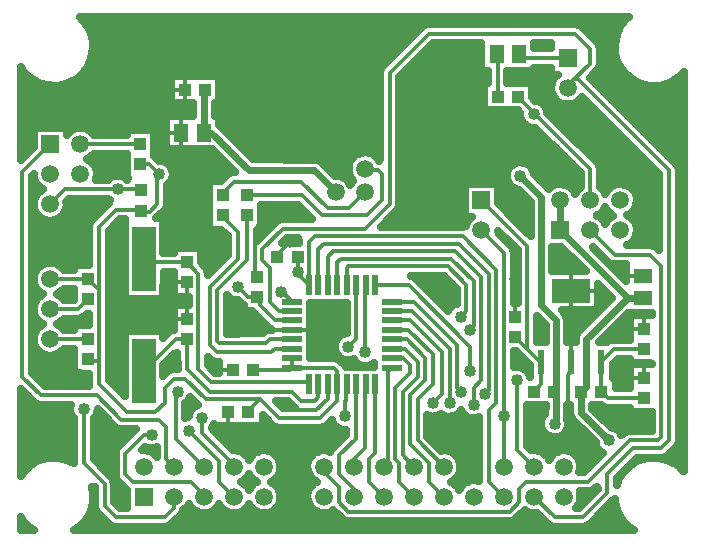
<source format=gbr>
G04 DipTrace 2.1.9.5*
%INTop.gbr*%
%MOIN*%
%ADD13C,0.013*%
%ADD14C,0.022*%
%ADD15C,0.025*%
%ADD16R,0.0394X0.0433*%
%ADD17R,0.0433X0.0394*%
%ADD19R,0.0197X0.0669*%
%ADD20R,0.0669X0.0197*%
%ADD22R,0.0787X0.2165*%
%ADD23C,0.17*%
%ADD24C,0.0591*%
%ADD25R,0.0591X0.0591*%
%ADD26R,0.0236X0.0787*%
%ADD27R,0.126X0.0787*%
%ADD28R,0.0591X0.0512*%
%ADD29R,0.0512X0.0591*%
%ADD30C,0.04*%
%FSLAX44Y44*%
%SFA1B1*%
%OFA0B0*%
G04*
G70*
G90*
G75*
G01*
%LNTop*%
%LPD*%
X13389Y11316D2*
D13*
X12814D1*
X12315Y11815D1*
Y12020D1*
X12224Y12111D1*
X11564Y12441D2*
X11894Y12111D1*
X12224D1*
X23315Y14315D2*
X24127Y13503D1*
X25313D1*
X25688Y13128D1*
Y7441D1*
X25563Y7316D1*
X24625D1*
X23251Y5942D1*
X21188D1*
X20938Y5692D1*
Y5254D1*
X20626Y4942D1*
X15251D1*
X14939Y5254D1*
Y5754D1*
X14440Y6253D1*
Y6440D1*
X22190Y9940D2*
Y9021D1*
X22109Y8940D1*
X22190Y9940D2*
D14*
Y11315D1*
X21690Y11815D1*
Y15428D1*
X20990Y16128D1*
X10485Y19003D2*
X10438Y18956D1*
Y17565D1*
X14829Y15590D2*
X14104Y16315D1*
X11940D1*
X10690Y17565D1*
X10438D1*
X22126Y7879D2*
X22190Y7943D1*
Y9940D1*
X14570Y9190D2*
D13*
Y8697D1*
X14189Y8316D1*
X13252D1*
X13002Y8566D1*
X13389Y11001D2*
X11817D1*
X13315Y13940D2*
X12889Y13514D1*
Y13446D1*
X13440Y6440D2*
Y5440D1*
X12224Y12780D2*
X12127Y12877D1*
Y14377D1*
X12565Y14815D1*
X22627Y8065D2*
X22565Y8127D1*
Y9503D1*
X22690Y9628D1*
Y9940D1*
X13389Y10371D2*
X12809D1*
X12690Y10253D1*
X10877D1*
X10627Y10503D1*
Y12440D1*
X11565Y13378D1*
Y14253D1*
X11065Y14753D1*
Y14815D1*
X11877D2*
Y13315D1*
X10877Y12315D1*
Y10628D1*
X10940Y10565D1*
X12502D1*
X12627Y10690D1*
X13385D1*
X13389Y10686D1*
X11877Y15484D2*
X13708D1*
X14377Y14816D1*
X15876D1*
X16376Y15316D1*
Y16190D1*
X16251Y16315D1*
X15864D1*
X15809Y16370D1*
X11065Y15484D2*
Y15566D1*
X11439Y15940D1*
X13689D1*
X14564Y15066D1*
X15284D1*
X15809Y15590D1*
X8315Y17190D2*
X6315D1*
X20815Y10771D2*
X21213Y10372D1*
X21646Y9940D1*
X21690D1*
X21440Y8940D2*
X21690Y9190D1*
Y9940D1*
X19690Y15315D2*
X21213Y13792D1*
Y10372D1*
X23690Y9940D2*
X24105Y10355D1*
X25105D1*
X23690Y8940D2*
X23900Y8730D1*
X25105D1*
X23690Y8940D2*
Y9940D1*
X20191Y20191D2*
X20230Y20152D1*
Y18775D1*
X20939Y20191D2*
X21065Y20065D1*
X22565D1*
X16696Y11316D2*
X17314D1*
X18376Y10254D1*
Y8879D1*
X18064Y8566D1*
X16696Y11631D2*
X17374D1*
X18626Y10379D1*
Y8566D1*
X6440Y8379D2*
Y6566D1*
X7127Y5879D1*
Y5129D1*
X7502Y4754D1*
X9127D1*
X9440Y5067D1*
Y5440D1*
X16696Y11946D2*
X17434D1*
X18876Y10504D1*
Y9066D1*
X19001Y8941D1*
X16145Y12497D2*
X17258D1*
X19314Y10441D1*
Y9629D1*
X9190Y6690D2*
X9440Y6440D1*
X5315Y17190D2*
X4378Y16253D1*
Y9441D1*
X5003Y8816D1*
X6877D1*
X7690Y8004D1*
X8940D1*
X9190Y7754D1*
Y6690D1*
X10440Y5440D2*
Y5504D1*
X10002Y5942D1*
X8065D1*
X7815Y6191D1*
Y6879D1*
X8440Y7504D1*
X8691D1*
X15814Y10254D2*
Y12481D1*
X15830Y12497D1*
X6565Y10690D2*
X5315D1*
X15515Y12497D2*
Y10704D1*
X15251Y10441D1*
X9565Y8941D2*
X9502Y8879D1*
Y7378D1*
X10440Y6440D1*
X5315Y11690D2*
X6234D1*
X6565Y12021D1*
X15200Y12497D2*
Y13077D1*
X15251Y13128D1*
X18564D1*
X19189Y12503D1*
Y11628D1*
X19001Y11441D1*
X9940Y7628D2*
X10939Y6628D1*
Y5941D1*
X11440Y5440D1*
X14885Y12497D2*
Y13262D1*
X15001Y13378D1*
X18689D1*
X19439Y12628D1*
Y11128D1*
X19314Y11003D1*
X10377Y8067D2*
Y7565D1*
X11440Y6503D1*
Y6440D1*
X19690Y14315D2*
X20440Y13565D1*
Y8128D1*
Y6440D1*
X15200Y9190D2*
X15190Y9180D1*
Y8632D1*
X15127D1*
Y8128D1*
X22565Y19065D2*
Y19127D1*
X22787Y19349D1*
X23315Y19877D1*
Y20378D1*
X22815Y20878D1*
X17940D1*
X16627Y19565D1*
Y15190D1*
X15815Y14378D1*
X13065D1*
X12377Y13690D1*
Y13315D1*
X12627Y13065D1*
Y11940D1*
X12940Y11628D1*
X13385D1*
X13389Y11631D1*
X21440Y5440D2*
X22127Y4753D1*
X23065D1*
X23877Y5565D1*
Y6190D1*
X24752Y7065D1*
X25690D1*
X25940Y7315D1*
Y16315D1*
X22906Y19349D1*
X22787D1*
X13389Y11946D2*
X13081Y12253D1*
X13002D1*
X20876Y9316D2*
Y7004D1*
X21440Y6440D1*
X14255Y12497D2*
Y13692D1*
X14440Y13878D1*
X18940D1*
X19940Y12878D1*
Y9003D1*
X19815Y8878D1*
X14570Y12497D2*
Y13445D1*
X14752Y13628D1*
X18815D1*
X19690Y12753D1*
Y9315D1*
X19440Y9065D1*
Y8503D1*
X15515Y9190D2*
X15502Y9178D1*
Y7377D1*
X14940Y6815D1*
Y6190D1*
X15440Y5690D1*
Y5440D1*
Y6440D2*
Y6690D1*
X15815Y7065D1*
Y9175D1*
X15830Y9190D1*
X16145D2*
Y6895D1*
X15940Y6690D1*
Y5940D1*
X16440Y5440D1*
X16696Y9741D2*
X16565Y9610D1*
Y6565D1*
X16440Y6440D1*
X16696Y10056D2*
X17074D1*
X17315Y9815D1*
Y9565D1*
X16815Y9065D1*
Y6690D1*
X16940Y6565D1*
Y5940D1*
X17440Y5440D1*
X16696Y10371D2*
X17134D1*
X17565Y9940D1*
Y9440D1*
X17065Y8940D1*
Y6815D1*
X17440Y6440D1*
X16696Y10686D2*
X17194D1*
X17815Y10065D1*
Y9315D1*
X17315Y8815D1*
Y7190D1*
X17940Y6565D1*
Y5940D1*
X18440Y5440D1*
X16696Y11001D2*
X17254D1*
X18065Y10190D1*
Y9190D1*
X17565Y8690D1*
Y7315D1*
X18440Y6440D1*
X20900Y18775D2*
X21484Y18190D1*
X23315Y16359D1*
Y15315D1*
X5315Y12690D2*
X6565D1*
X13389Y9741D2*
Y10056D1*
Y9741D2*
X14764D1*
X14877Y9629D1*
Y9198D1*
X14885Y9190D1*
X12087Y9668D2*
X13315D1*
X13389Y9741D1*
X8315Y16521D2*
X8609D1*
X8877Y16253D1*
Y15191D1*
X8627Y14941D1*
X8395D1*
X8355Y14980D1*
X6565Y12690D2*
X6940Y12315D1*
Y14441D1*
X7502Y15003D1*
X8333D1*
X8355Y14980D1*
X8877Y16253D2*
X8940Y16190D1*
X21438Y18190D2*
X21484D1*
X6940Y12315D2*
Y9979D1*
Y9191D1*
X7877Y8254D1*
X8815D1*
X9127Y8566D1*
Y9066D1*
X9440Y9379D1*
X9815D1*
X10502Y8691D1*
X12314D1*
X12939Y8066D1*
X14314D1*
X14885Y8637D1*
Y9190D1*
X11921Y8254D2*
Y8298D1*
X12314Y8691D1*
X6565Y10021D2*
X6606Y9979D1*
X6940D1*
X23190Y9940D2*
Y9109D1*
X23021Y8940D1*
X22315Y14315D2*
Y15315D1*
X25064Y12066D2*
D14*
X24566D1*
X23190Y10690D1*
Y9940D1*
X22315Y15315D2*
Y14317D1*
X24566Y12066D1*
X23021Y8940D2*
X23190Y9109D1*
Y9940D1*
X23940Y7315D2*
X23021Y8234D1*
Y8940D1*
X8440Y13378D2*
D13*
X8565Y13253D1*
X9877D1*
X10252Y12878D1*
Y9691D1*
X10689Y9254D1*
X13876D1*
X13940Y9190D1*
X8440Y9638D2*
X9493Y10691D1*
X9877D1*
Y9691D1*
X10627Y8941D1*
X13377D1*
X13689Y8629D1*
X14127D1*
X14252Y8754D1*
Y9187D1*
X14255Y9190D1*
X13558Y13446D2*
Y12948D1*
Y12879D1*
X13940Y12497D1*
Y13940D1*
X14127Y14128D1*
X19065D1*
X20190Y13003D1*
Y8565D1*
X19940Y8315D1*
Y5940D1*
X20440Y5440D1*
X5315Y15190D2*
X5815Y15690D1*
X7565D1*
X8315D1*
X8355Y15650D1*
D30*
X11564Y12441D3*
X20990Y16128D3*
X22126Y7879D3*
X13002Y8566D3*
X11817Y11001D3*
X18064Y8566D3*
X18626D3*
X6440Y8379D3*
X19001Y8941D3*
X19314Y9629D3*
X8691Y7504D3*
X15814Y10254D3*
X15251Y10441D3*
X9565Y8941D3*
X19001Y11441D3*
X9940Y7628D3*
X19314Y11003D3*
X10377Y8067D3*
X15127Y8128D3*
X20440D3*
X13002Y12253D3*
X20876Y9316D3*
X19815Y8878D3*
X19440Y8503D3*
X8940Y16190D3*
X21438Y18190D3*
X23940Y7315D3*
X13558Y12948D3*
X7565Y15690D3*
X9065Y19003D3*
X8877Y17565D3*
X13940Y19940D3*
X15940D3*
X14440Y17940D3*
X15940D3*
X19440Y17440D3*
X20940D3*
X23440D3*
X24440Y16440D3*
X24940Y18440D3*
X25940D3*
Y17440D3*
X25440Y14940D3*
X24940Y7940D3*
X18065Y7565D3*
X18690D3*
X19315D3*
X14690D3*
X7440Y7690D3*
X4565Y8190D3*
Y7065D3*
X5190Y7440D3*
X10440Y14315D3*
Y13315D3*
X9815Y15315D3*
X10315Y16565D3*
X12565Y14815D3*
X11440Y11565D3*
X14565Y11690D3*
Y10815D3*
X17815Y12690D3*
X18565Y12190D3*
X18190Y19815D3*
X19315D3*
X7065Y21190D3*
X7940D3*
X8815D3*
X9690D3*
X10565D3*
X11565D3*
X7065Y20190D3*
Y19190D3*
X5940Y18690D3*
X4690D3*
X11565Y20190D3*
X18190Y16190D3*
X20815Y12690D3*
X23065Y11440D3*
X22690Y10940D3*
X24315Y13065D3*
X21440Y7690D3*
X13315Y13940D3*
X24565Y11065D3*
X24440Y9440D3*
X10814Y7754D3*
X7627Y5440D3*
X7877Y11503D3*
X8690D3*
X10627Y9941D3*
X6539Y21181D2*
D15*
X17814D1*
X22942D2*
X24341D1*
X6676Y20933D2*
X17517D1*
X23239D2*
X24204D1*
X6746Y20684D2*
X17271D1*
X23485D2*
X24130D1*
X6770Y20435D2*
X17021D1*
X17977D2*
X19654D1*
X21473D2*
X21989D1*
X23653D2*
X24111D1*
X6746Y20187D2*
X16771D1*
X17727D2*
X19654D1*
X23661D2*
X24134D1*
X6672Y19938D2*
X16525D1*
X17477D2*
X19654D1*
X23661D2*
X24208D1*
X6536Y19689D2*
X16306D1*
X17231D2*
X19654D1*
X21473D2*
X21989D1*
X23598D2*
X24345D1*
X4350Y19440D2*
X4575D1*
X6305D2*
X9318D1*
X10981D2*
X16282D1*
X16981D2*
X19884D1*
X20575D2*
X22138D1*
X23356D2*
X24575D1*
X26305D2*
X26406D1*
X4350Y19192D2*
X5029D1*
X5848D2*
X9318D1*
X10981D2*
X16282D1*
X16973D2*
X19736D1*
X21395D2*
X22005D1*
X23539D2*
X25029D1*
X25848D2*
X26404D1*
X4350Y18943D2*
X9318D1*
X10981D2*
X16282D1*
X16973D2*
X19736D1*
X21395D2*
X22005D1*
X23789D2*
X26404D1*
X4350Y18694D2*
X9318D1*
X10981D2*
X16282D1*
X16973D2*
X19736D1*
X21457D2*
X22134D1*
X22996D2*
X23086D1*
X24039D2*
X26404D1*
X4350Y18446D2*
X10048D1*
X10829D2*
X16282D1*
X16973D2*
X19736D1*
X21840D2*
X23333D1*
X24286D2*
X26404D1*
X4350Y18197D2*
X10048D1*
X10829D2*
X16282D1*
X16973D2*
X20958D1*
X21954D2*
X23579D1*
X24536D2*
X26404D1*
X4350Y17948D2*
X9154D1*
X10973D2*
X16282D1*
X16973D2*
X21029D1*
X22204D2*
X23829D1*
X24786D2*
X26404D1*
X4350Y17700D2*
X4739D1*
X5891D2*
X6083D1*
X6547D2*
X9154D1*
X11098D2*
X16282D1*
X16973D2*
X21497D1*
X22454D2*
X24079D1*
X25032D2*
X26404D1*
X4350Y17451D2*
X4739D1*
X8793D2*
X9154D1*
X11344D2*
X16282D1*
X16973D2*
X21747D1*
X22700D2*
X24325D1*
X25282D2*
X26404D1*
X4350Y17202D2*
X4739D1*
X8793D2*
X9154D1*
X11594D2*
X16282D1*
X16973D2*
X21993D1*
X22950D2*
X24575D1*
X25532D2*
X26404D1*
X4350Y16954D2*
X4603D1*
X8793D2*
X10759D1*
X11844D2*
X16282D1*
X16973D2*
X22243D1*
X23200D2*
X24825D1*
X25778D2*
X26404D1*
X6598Y16705D2*
X7837D1*
X8903D2*
X11009D1*
X12090D2*
X15349D1*
X16973D2*
X22493D1*
X23446D2*
X25071D1*
X26028D2*
X26404D1*
X6821Y16456D2*
X7837D1*
X9332D2*
X11259D1*
X14504D2*
X15239D1*
X16973D2*
X20650D1*
X21329D2*
X22739D1*
X23645D2*
X25321D1*
X26250D2*
X26407D1*
X6891Y16208D2*
X7837D1*
X9418D2*
X11239D1*
X14754D2*
X15259D1*
X16973D2*
X20517D1*
X21461D2*
X22970D1*
X23661D2*
X25571D1*
X26286D2*
X26404D1*
X9356Y15959D2*
X10982D1*
X15262D2*
X15375D1*
X16973D2*
X20544D1*
X21700D2*
X22970D1*
X23661D2*
X25595D1*
X26286D2*
X26404D1*
X4723Y15710D2*
X5021D1*
X9223D2*
X10587D1*
X16973D2*
X19114D1*
X20266D2*
X20786D1*
X22723D2*
X22907D1*
X23723D2*
X23907D1*
X24723D2*
X25595D1*
X26286D2*
X26404D1*
X4723Y15461D2*
X4810D1*
X9223D2*
X10587D1*
X16973D2*
X19114D1*
X20266D2*
X21114D1*
X24871D2*
X25595D1*
X26286D2*
X26404D1*
X5891Y15213D2*
X7236D1*
X9223D2*
X10587D1*
X16973D2*
X19114D1*
X20270D2*
X21302D1*
X24879D2*
X25595D1*
X26286D2*
X26404D1*
X5840Y14964D2*
X6986D1*
X9129D2*
X10587D1*
X12356D2*
X13751D1*
X16879D2*
X19114D1*
X20520D2*
X21302D1*
X23762D2*
X23868D1*
X24762D2*
X25595D1*
X26286D2*
X26404D1*
X4723Y14715D2*
X5013D1*
X5618D2*
X6736D1*
X9114D2*
X10587D1*
X12356D2*
X14001D1*
X16629D2*
X19286D1*
X20766D2*
X21302D1*
X23719D2*
X23911D1*
X24719D2*
X25595D1*
X26286D2*
X26404D1*
X4723Y14467D2*
X6595D1*
X7442D2*
X7767D1*
X9114D2*
X10587D1*
X12356D2*
X12677D1*
X16383D2*
X19138D1*
X21016D2*
X21302D1*
X24868D2*
X25595D1*
X26286D2*
X26404D1*
X4723Y14218D2*
X6595D1*
X7286D2*
X7767D1*
X9114D2*
X11122D1*
X12223D2*
X12427D1*
X24883D2*
X25595D1*
X26286D2*
X26404D1*
X4723Y13969D2*
X6595D1*
X7286D2*
X7767D1*
X9114D2*
X11220D1*
X13133D2*
X13595D1*
X24770D2*
X25595D1*
X26286D2*
X26404D1*
X4723Y13721D2*
X6595D1*
X7286D2*
X7767D1*
X9114D2*
X9400D1*
X10352D2*
X11220D1*
X22079D2*
X22372D1*
X26286D2*
X26404D1*
X4723Y13472D2*
X6595D1*
X7286D2*
X7767D1*
X10352D2*
X11181D1*
X20786D2*
X20869D1*
X22079D2*
X22618D1*
X26286D2*
X26404D1*
X4723Y13223D2*
X5154D1*
X5477D2*
X6595D1*
X7286D2*
X7767D1*
X10383D2*
X10935D1*
X20786D2*
X20869D1*
X22079D2*
X22868D1*
X26286D2*
X26404D1*
X4723Y12975D2*
X4818D1*
X7286D2*
X7767D1*
X10582D2*
X10685D1*
X20786D2*
X20869D1*
X22079D2*
X23118D1*
X24200D2*
X24489D1*
X26286D2*
X26404D1*
X7286Y12726D2*
X7767D1*
X9114D2*
X9400D1*
X17504D2*
X18489D1*
X20786D2*
X20869D1*
X26286D2*
X26404D1*
X7286Y12477D2*
X7767D1*
X9114D2*
X9400D1*
X17754D2*
X18736D1*
X20786D2*
X20869D1*
X26286D2*
X26404D1*
X4723Y12229D2*
X4989D1*
X5641D2*
X6087D1*
X7286D2*
X7767D1*
X9114D2*
X9400D1*
X18004D2*
X18845D1*
X20786D2*
X20869D1*
X23598D2*
X23861D1*
X26286D2*
X26404D1*
X4723Y11980D2*
X4821D1*
X7286D2*
X9907D1*
X11223D2*
X11548D1*
X18250D2*
X18845D1*
X20786D2*
X20869D1*
X23598D2*
X23939D1*
X26286D2*
X26404D1*
X7286Y11731D2*
X9400D1*
X11223D2*
X11747D1*
X14004D2*
X15169D1*
X18500D2*
X18622D1*
X23598D2*
X23689D1*
X26286D2*
X26404D1*
X6504Y11482D2*
X6596D1*
X7286D2*
X9400D1*
X11223D2*
X12169D1*
X14004D2*
X15169D1*
X22539D2*
X23443D1*
X24524D2*
X24628D1*
X26286D2*
X26404D1*
X4723Y11234D2*
X4982D1*
X5649D2*
X6595D1*
X7286D2*
X9400D1*
X11223D2*
X12419D1*
X14004D2*
X15169D1*
X21559D2*
X21732D1*
X22579D2*
X23193D1*
X24274D2*
X24630D1*
X26286D2*
X26404D1*
X4723Y10985D2*
X4825D1*
X7286D2*
X9341D1*
X11223D2*
X12478D1*
X14004D2*
X15169D1*
X21559D2*
X21802D1*
X22579D2*
X22943D1*
X24028D2*
X24630D1*
X26286D2*
X26404D1*
X7286Y10736D2*
X7767D1*
X14004D2*
X14880D1*
X21559D2*
X21802D1*
X22579D2*
X22802D1*
X23778D2*
X24630D1*
X26286D2*
X26404D1*
X7286Y10488D2*
X7767D1*
X14004D2*
X14775D1*
X26286D2*
X26404D1*
X4723Y10239D2*
X4974D1*
X5657D2*
X6087D1*
X7286D2*
X7767D1*
X14004D2*
X14818D1*
X20786D2*
X20869D1*
X26286D2*
X26404D1*
X4723Y9990D2*
X6087D1*
X7286D2*
X7767D1*
X9270D2*
X9532D1*
X14989D2*
X15164D1*
X15339D2*
X15419D1*
X20786D2*
X21118D1*
X24219D2*
X24630D1*
X26286D2*
X26404D1*
X4723Y9742D2*
X6087D1*
X7286D2*
X7767D1*
X9114D2*
X9532D1*
X10680D2*
X10923D1*
X21063D2*
X21290D1*
X24086D2*
X24630D1*
X26286D2*
X26404D1*
X4805Y9493D2*
X6595D1*
X7286D2*
X7767D1*
X24086D2*
X24630D1*
X26286D2*
X26404D1*
X5051Y9244D2*
X6595D1*
X7364D2*
X7767D1*
X24188D2*
X24630D1*
X26286D2*
X26404D1*
X7614Y8996D2*
X7767D1*
X26286D2*
X26404D1*
X4350Y8747D2*
X4595D1*
X26286D2*
X26404D1*
X4350Y8498D2*
X4943D1*
X9848D2*
X10208D1*
X12985D2*
X13341D1*
X26286D2*
X26404D1*
X4350Y8250D2*
X5978D1*
X9848D2*
X9935D1*
X21219D2*
X21802D1*
X23547D2*
X25345D1*
X26286D2*
X26404D1*
X4350Y8001D2*
X6095D1*
X6786D2*
X7216D1*
X12418D2*
X12524D1*
X17911D2*
X19595D1*
X21219D2*
X21661D1*
X22590D2*
X22716D1*
X23793D2*
X25345D1*
X26286D2*
X26404D1*
X4350Y7752D2*
X6095D1*
X6786D2*
X7466D1*
X10731D2*
X12853D1*
X14399D2*
X14845D1*
X17911D2*
X19595D1*
X21219D2*
X21665D1*
X22586D2*
X22962D1*
X24090D2*
X25345D1*
X26286D2*
X26404D1*
X4350Y7503D2*
X6095D1*
X6786D2*
X7962D1*
X10914D2*
X15150D1*
X17911D2*
X19595D1*
X21219D2*
X21845D1*
X22407D2*
X23212D1*
X26286D2*
X26404D1*
X4350Y7255D2*
X6095D1*
X6786D2*
X7712D1*
X11164D2*
X14904D1*
X18102D2*
X19595D1*
X21219D2*
X23458D1*
X26278D2*
X26403D1*
X4350Y7006D2*
X6095D1*
X6786D2*
X7497D1*
X8418D2*
X8845D1*
X11414D2*
X14657D1*
X18352D2*
X19595D1*
X21352D2*
X23579D1*
X26110D2*
X26404D1*
X4350Y6757D2*
X6095D1*
X6786D2*
X7470D1*
X12914D2*
X13966D1*
X18914D2*
X19595D1*
X22914D2*
X23591D1*
X25801D2*
X26404D1*
X4350Y6509D2*
X4665D1*
X6973D2*
X7470D1*
X13012D2*
X13868D1*
X19012D2*
X19595D1*
X23012D2*
X23341D1*
X26215D2*
X26404D1*
X7223Y6260D2*
X7470D1*
X12985D2*
X13896D1*
X18985D2*
X19595D1*
X7442Y6011D2*
X7528D1*
X11809D2*
X12071D1*
X12809D2*
X14071D1*
X18809D2*
X19595D1*
X7473Y5763D2*
X7767D1*
X12911D2*
X13970D1*
X7473Y5514D2*
X7864D1*
X13008D2*
X13868D1*
X23008D2*
X23349D1*
X7473Y5265D2*
X7864D1*
X12985D2*
X13892D1*
X22985D2*
X23104D1*
X6700Y5017D2*
X6802D1*
X9817D2*
X10064D1*
X10817D2*
X11064D1*
X11817D2*
X12064D1*
X12817D2*
X14064D1*
X23805D2*
X24181D1*
X6586Y4768D2*
X7013D1*
X9618D2*
X14946D1*
X20930D2*
X21634D1*
X23559D2*
X24294D1*
X4350Y4519D2*
X4489D1*
X6391D2*
X7259D1*
X9368D2*
X21884D1*
X23309D2*
X24489D1*
X9550Y13725D2*
X10329D1*
Y13252D1*
X10478Y13105D1*
X10547Y13001D1*
X10572Y12878D1*
Y12835D1*
X11244Y13509D1*
X11245Y14124D1*
X11017Y14343D1*
X10613D1*
X10617Y15287D1*
X10613Y15388D1*
Y15956D1*
X11000D1*
X11213Y16167D1*
X11316Y16236D1*
X11439Y16260D1*
X11482D1*
X10723Y17015D1*
X9927Y17019D1*
X9876Y17015D1*
X9179D1*
Y18115D1*
X10072D1*
X10073Y18553D1*
X9837Y18551D1*
X9344D1*
Y19454D1*
X10956D1*
Y18551D1*
X10804D1*
X10803Y18116D1*
X10949Y18115D1*
Y17822D1*
X12089Y16682D1*
X14104Y16680D1*
X14227Y16659D1*
X14346Y16588D1*
X14796Y16139D1*
X14861Y16140D1*
X14983Y16118D1*
X15098Y16070D1*
X15200Y15997D1*
X15282Y15903D1*
X15316Y15838D1*
X15395Y15953D1*
X15421Y15977D1*
X15368Y16040D1*
X15305Y16148D1*
X15268Y16267D1*
X15259Y16392D1*
X15278Y16515D1*
X15324Y16631D1*
X15395Y16733D1*
X15487Y16817D1*
X15596Y16878D1*
X15716Y16913D1*
X15841Y16920D1*
X15963Y16898D1*
X16078Y16850D1*
X16180Y16777D1*
X16262Y16683D1*
X16289Y16631D1*
X16307Y16690D1*
Y19565D1*
X16332Y19687D1*
X16401Y19791D1*
X17714Y21104D1*
X17817Y21173D1*
X17940Y21198D1*
X22815D1*
X22937Y21173D1*
X23041Y21104D1*
X23541Y20604D1*
X23610Y20501D1*
X23635Y20378D1*
Y19877D1*
X23611Y19756D1*
X23541Y19651D1*
X23301Y19411D1*
X23663Y19045D1*
X26166Y16541D1*
X26235Y16438D1*
X26260Y16315D1*
Y7315D1*
X26236Y7193D1*
X26166Y7089D1*
X25916Y6839D1*
X25813Y6770D1*
X25690Y6745D1*
X25534Y6743D1*
X25780Y6701D1*
X26014Y6614D1*
X26227Y6483D1*
X26411Y6314D1*
X26428Y6293D1*
X26430Y8200D1*
Y19587D1*
X26291Y19449D1*
X26087Y19305D1*
X25859Y19203D1*
X25616Y19146D1*
X25367Y19136D1*
X25120Y19173D1*
X24885Y19257D1*
X24670Y19385D1*
X24484Y19550D1*
X24332Y19748D1*
X24220Y19972D1*
X24154Y20212D1*
X24134Y20461D1*
X24162Y20709D1*
X24236Y20947D1*
X24355Y21167D1*
X24513Y21360D1*
X24591Y21431D1*
X16680Y21430D1*
X6293D1*
X6411Y21314D1*
X6559Y21114D1*
X6667Y20888D1*
X6730Y20647D1*
X6746Y20440D1*
X6722Y20192D1*
X6652Y19952D1*
X6537Y19731D1*
X6382Y19535D1*
X6193Y19372D1*
X5976Y19249D1*
X5739Y19168D1*
X5492Y19135D1*
X5243Y19149D1*
X5001Y19210D1*
X4775Y19316D1*
X4573Y19463D1*
X4403Y19646D1*
X4326Y19759D1*
X4325Y16653D1*
X4767Y17095D1*
X4765Y17740D1*
X5865D1*
Y17510D1*
X5994Y17637D1*
X6103Y17698D1*
X6222Y17732D1*
X6347Y17739D1*
X6470Y17718D1*
X6585Y17670D1*
X6686Y17597D1*
X6760Y17511D1*
X7866Y17510D1*
X7863Y17662D1*
X8767D1*
Y16801D1*
X8836Y16747D1*
X8938Y16645D1*
X9045Y16633D1*
X9161Y16588D1*
X9260Y16513D1*
X9336Y16414D1*
X9382Y16298D1*
X9395Y16190D1*
X9378Y16067D1*
X9328Y15953D1*
X9249Y15856D1*
X9194Y15819D1*
X9197Y15191D1*
X9173Y15069D1*
X9103Y14964D1*
X8853Y14715D1*
X9088Y14716D1*
Y13571D1*
X9428Y13573D1*
X9425Y13725D1*
X9550D1*
X9426Y12782D2*
X9425Y12934D1*
X9092Y12933D1*
X9088Y12091D1*
Y12041D1*
X7791D1*
Y14683D1*
X7633D1*
X7262Y14310D1*
X7260Y12190D1*
Y9327D1*
X7793Y8790D1*
X7791Y10175D1*
Y10976D1*
X9088D1*
Y10737D1*
X9266Y10917D1*
X9370Y10986D1*
X9425Y11014D1*
Y11832D1*
X9932D1*
X9929Y12112D1*
X9425D1*
Y12912D1*
X13212Y13898D2*
X13622D1*
X13621Y13944D1*
X13565Y14058D1*
X13194D1*
X13043Y13898D1*
X13361Y13897D1*
X12047Y11640D2*
X11772D1*
Y11815D1*
X11668Y11885D1*
X11566Y11987D1*
X11407Y12014D1*
X11297Y12072D1*
X11198Y12175D1*
X11197Y10881D1*
X12065Y10885D1*
X12374D1*
X12398Y10913D1*
X12501Y10984D1*
X12627Y11010D1*
X12717D1*
X12588Y11090D1*
X12089Y11589D1*
X12329Y15165D2*
Y14343D1*
X12200D1*
X12197Y13960D1*
X12839Y14604D1*
X12942Y14673D1*
X13065Y14698D1*
X14045D1*
X13573Y15167D1*
X12329Y15164D1*
X12325Y15013D1*
X15159Y9780D2*
X15238Y9776D1*
X15346Y9780D1*
X15553Y9776D1*
X15661Y9780D1*
X15868Y9776D1*
X15976Y9780D1*
X16104D1*
X16106Y9907D1*
X16021Y9848D1*
X15903Y9807D1*
X15779Y9800D1*
X15657Y9827D1*
X15547Y9885D1*
X15457Y9971D1*
X15427Y10022D1*
X15341Y9995D1*
X15216Y9987D1*
X15094Y10014D1*
X14985Y10073D1*
X14895Y10159D1*
X14831Y10266D1*
X14800Y10387D1*
X14802Y10511D1*
X14838Y10631D1*
X14905Y10736D1*
X14998Y10819D1*
X15110Y10873D1*
X15198Y10889D1*
X15195Y11829D1*
Y11911D1*
X14928Y11907D1*
X14846Y11911D1*
X14738Y11907D1*
X14531Y11911D1*
X14423Y11907D1*
X14216Y11911D1*
X14108Y11907D1*
X13981D1*
X13978Y11278D1*
Y10333D1*
Y10059D1*
X14764Y10061D1*
X14886Y10037D1*
X14990Y9967D1*
X15102Y9855D1*
X15161Y9780D1*
X15791Y9778D1*
X16108Y9780D1*
X15195Y11907D2*
X15161Y11911D1*
X14923Y11909D1*
X14608D1*
X14293D1*
X13977Y11907D1*
X13975Y11592D1*
X13978Y11169D1*
X13975Y10963D1*
X13977Y10725D1*
Y10410D1*
X13978Y10062D1*
X9088Y9831D2*
Y9480D1*
X9213Y9605D1*
X9317Y9674D1*
X9440Y9699D1*
X9561D1*
X9557Y10218D1*
X9454Y10200D1*
X9086Y9832D1*
X6761Y16873D2*
X6653Y16756D1*
X6543Y16690D1*
X6686Y16597D1*
X6768Y16503D1*
X6827Y16393D1*
X6859Y16272D1*
X6865Y16190D1*
X6851Y16066D1*
X6832Y16011D1*
X7241Y16010D1*
X7311Y16068D1*
X7423Y16122D1*
X7546Y16145D1*
X7670Y16133D1*
X7786Y16088D1*
X7888Y16010D1*
X7892Y16049D1*
X7863D1*
Y16871D1*
X6764Y16870D1*
X5090Y15691D2*
X4960Y15769D1*
X4875Y15860D1*
X4812Y15968D1*
X4774Y16087D1*
X4767Y16192D1*
X4699Y16121D1*
X4698Y9577D1*
X5137Y9134D1*
X6624Y9136D1*
X6620Y9547D1*
X6113Y9549D1*
Y10371D1*
X5764Y10370D1*
X5653Y10256D1*
X5547Y10191D1*
X5429Y10152D1*
X5304Y10140D1*
X5181Y10156D1*
X5064Y10200D1*
X4960Y10269D1*
X4875Y10360D1*
X4812Y10468D1*
X4774Y10587D1*
X4765Y10711D1*
X4784Y10835D1*
X4830Y10950D1*
X4901Y11053D1*
X4994Y11137D1*
X5086Y11188D1*
X4960Y11269D1*
X4875Y11360D1*
X4812Y11468D1*
X4774Y11587D1*
X4765Y11711D1*
X4784Y11835D1*
X4830Y11950D1*
X4901Y12053D1*
X4994Y12137D1*
X5086Y12188D1*
X4960Y12269D1*
X4875Y12360D1*
X4812Y12468D1*
X4774Y12587D1*
X4765Y12711D1*
X4784Y12835D1*
X4830Y12950D1*
X4901Y13053D1*
X4994Y13137D1*
X5103Y13198D1*
X5222Y13232D1*
X5347Y13239D1*
X5470Y13218D1*
X5585Y13170D1*
X5686Y13097D1*
X5760Y13011D1*
X6116Y13010D1*
X6113Y13162D1*
X6617D1*
X6620Y13940D1*
Y14441D1*
X6644Y14562D1*
X6714Y14667D1*
X7276Y15229D1*
X7298Y15322D1*
X7244Y15373D1*
X6190Y15370D1*
X5944D1*
X5856Y15279D1*
X5865Y15190D1*
X5851Y15066D1*
X5809Y14949D1*
X5742Y14843D1*
X5653Y14756D1*
X5547Y14691D1*
X5429Y14652D1*
X5304Y14640D1*
X5181Y14656D1*
X5064Y14700D1*
X4960Y14769D1*
X4875Y14860D1*
X4812Y14968D1*
X4774Y15087D1*
X4765Y15211D1*
X4784Y15335D1*
X4830Y15450D1*
X4901Y15553D1*
X4994Y15637D1*
X5086Y15688D1*
X5538Y11189D2*
X5585Y11170D1*
X5686Y11097D1*
X5760Y11011D1*
X6116Y11010D1*
X6113Y11162D1*
X6617D1*
X6620Y11546D1*
X6526Y11529D1*
X6461Y11464D1*
X6357Y11395D1*
X6234Y11370D1*
X5762D1*
X5653Y11256D1*
X5543Y11190D1*
X5538Y12189D2*
X5585Y12170D1*
X5686Y12097D1*
X5760Y12011D1*
X6100Y12010D1*
X6113Y12049D1*
Y12371D1*
X5764Y12370D1*
X5653Y12256D1*
X5543Y12190D1*
X21532Y10589D2*
X21829D1*
X21825Y11163D1*
X21531Y11457D1*
X21533Y10585D1*
X21317Y9428D2*
Y9819D1*
X20835Y10298D1*
X20763Y10299D1*
X20760Y9756D1*
X20857Y9771D1*
X20981Y9759D1*
X21097Y9714D1*
X21197Y9639D1*
X21272Y9540D1*
X21316Y9428D1*
X22552Y10589D2*
X22563Y10585D1*
X22617Y10589D1*
X22829D1*
X22825Y10690D1*
X22846Y10813D1*
X22917Y10932D1*
X24051Y12067D1*
X23576Y12540D1*
X23575Y11654D1*
X22368D1*
X22448Y11573D1*
X22520Y11471D1*
X22554Y11337D1*
X22555Y10592D1*
X23602Y10589D2*
X23883D1*
X23979Y10649D1*
X24105Y10675D1*
X24654Y10678D1*
Y11496D1*
X25368D1*
X25364Y11555D1*
X24573D1*
X23606Y10590D1*
X24063Y9858D2*
Y9389D1*
X24162Y9392D1*
Y9052D1*
X24654Y9053D1*
Y9871D1*
X25368D1*
X25307Y9884D1*
X24654D1*
Y10036D1*
X24234Y10035D1*
X24064Y9861D1*
X22080Y12951D2*
X23159Y12957D1*
X22350Y13766D1*
X22057Y13765D1*
X22055Y12951D1*
X22080D1*
X21822Y8488D2*
X21197D1*
X21196Y7140D1*
X21348Y6985D1*
X21472Y6989D1*
X21595Y6968D1*
X21710Y6920D1*
X21811Y6847D1*
X21893Y6753D1*
X21939Y6667D1*
X22026Y6803D1*
X22119Y6887D1*
X22228Y6948D1*
X22347Y6982D1*
X22472Y6989D1*
X22595Y6968D1*
X22710Y6920D1*
X22811Y6847D1*
X22893Y6753D1*
X22952Y6643D1*
X22984Y6522D1*
X22990Y6440D1*
X22976Y6316D1*
X22957Y6261D1*
X23122Y6262D1*
X23756Y6900D1*
X23673Y6947D1*
X23583Y7033D1*
X23520Y7140D1*
X23491Y7249D1*
X22763Y7976D1*
X22691Y8078D1*
X22656Y8213D1*
Y8488D1*
X22553D1*
X22555Y8031D1*
X22581Y7879D1*
X22564Y7755D1*
X22514Y7641D1*
X22435Y7545D1*
X22333Y7474D1*
X22215Y7433D1*
X22090Y7425D1*
X21969Y7452D1*
X21859Y7510D1*
X21769Y7597D1*
X21706Y7704D1*
X21674Y7825D1*
X21676Y7949D1*
X21712Y8068D1*
X21779Y8174D1*
X21823Y8212D1*
X21825Y8486D1*
X21638Y8492D1*
X20759Y11912D2*
X20894D1*
X20893Y13658D1*
X20238Y14314D1*
X20270Y14188D1*
X20666Y13791D1*
X20735Y13688D1*
X20760Y13565D1*
Y11913D1*
X23689Y8488D2*
X23384D1*
X23386Y8381D1*
X24005Y7766D1*
X24161Y7713D1*
X24261Y7638D1*
X24336Y7539D1*
X24352Y7499D1*
X24499Y7610D1*
X24625Y7636D1*
X25372D1*
X25368Y8191D1*
Y8258D1*
X24654Y8259D1*
Y8411D1*
X23900Y8410D1*
X23778Y8435D1*
X21927Y15701D2*
X21994Y15762D1*
X22103Y15823D1*
X22222Y15857D1*
X22347Y15864D1*
X22470Y15843D1*
X22585Y15795D1*
X22686Y15722D1*
X22768Y15628D1*
X22814Y15542D1*
X22901Y15678D1*
X22997Y15764D1*
X22995Y16225D1*
X21484Y17738D1*
X21403Y17737D1*
X21281Y17763D1*
X21171Y17822D1*
X21081Y17908D1*
X21018Y18015D1*
X20987Y18136D1*
X20988Y18233D1*
X20901Y18320D1*
X20428Y18323D1*
X19759D1*
Y19226D1*
X19911D1*
X19910Y19638D1*
X19680Y19641D1*
Y20559D1*
X18069Y20558D1*
X16948Y19433D1*
X16947Y15190D1*
X16923Y15068D1*
X16854Y14964D1*
X16337Y14447D1*
X19065D1*
X19159Y14460D1*
X19205Y14575D1*
X19276Y14678D1*
X19372Y14764D1*
X19140Y14765D1*
Y15865D1*
X20240D1*
Y15221D1*
X21154Y14304D1*
X21328Y14130D1*
X21325Y15280D1*
X20926Y15675D1*
X20833Y15700D1*
X20724Y15759D1*
X20634Y15845D1*
X20570Y15953D1*
X20539Y16073D1*
X20541Y16198D1*
X20577Y16317D1*
X20644Y16422D1*
X20737Y16505D1*
X20849Y16560D1*
X20971Y16582D1*
X21095Y16570D1*
X21212Y16525D1*
X21311Y16450D1*
X21387Y16351D1*
X21433Y16235D1*
X21437Y16198D1*
X21930Y15704D1*
X23538Y14814D2*
X23585Y14795D1*
X23686Y14722D1*
X23768Y14628D1*
X23814Y14542D1*
X23901Y14678D1*
X23994Y14762D1*
X24086Y14813D1*
X23960Y14894D1*
X23875Y14985D1*
X23814Y15089D1*
X23742Y14968D1*
X23653Y14881D1*
X23543Y14815D1*
X23632Y15760D2*
X23686Y15722D1*
X23768Y15628D1*
X23814Y15542D1*
X23901Y15678D1*
X23994Y15762D1*
X24103Y15823D1*
X24222Y15857D1*
X24347Y15864D1*
X24470Y15843D1*
X24585Y15795D1*
X24686Y15722D1*
X24768Y15628D1*
X24827Y15518D1*
X24859Y15397D1*
X24865Y15315D1*
X24851Y15191D1*
X24809Y15074D1*
X24742Y14968D1*
X24653Y14881D1*
X24543Y14815D1*
X24686Y14722D1*
X24768Y14628D1*
X24827Y14518D1*
X24859Y14397D1*
X24865Y14315D1*
X24851Y14191D1*
X24809Y14074D1*
X24742Y13968D1*
X24653Y13881D1*
X24557Y13822D1*
X25313Y13823D1*
X25435Y13799D1*
X25539Y13730D1*
X25619Y13649D1*
X25620Y16186D1*
X24300Y17503D1*
X23032Y18771D1*
X22992Y18718D1*
X22903Y18631D1*
X22797Y18566D1*
X22679Y18527D1*
X22554Y18515D1*
X22431Y18531D1*
X22314Y18575D1*
X22210Y18644D1*
X22125Y18735D1*
X22062Y18843D1*
X22024Y18962D1*
X22015Y19086D1*
X22034Y19210D1*
X22080Y19325D1*
X22151Y19428D1*
X22247Y19514D1*
X22015Y19515D1*
Y19745D1*
X21450Y19741D1*
Y19641D1*
X20550D1*
X20553Y19226D1*
X21371D1*
Y18754D1*
X21482Y18645D1*
X21543Y18633D1*
X21659Y18588D1*
X21759Y18513D1*
X21835Y18414D1*
X21880Y18298D1*
X21887Y18241D1*
X23541Y16586D1*
X23610Y16482D1*
X23635Y16359D1*
Y15762D1*
X24514Y12634D2*
Y13184D1*
X24127Y13183D1*
X24005Y13207D1*
X23900Y13277D1*
X23406Y13771D1*
X23457Y13691D1*
X24515Y12633D1*
X12393Y8163D2*
Y7802D1*
X11450Y7806D1*
X11399Y7802D1*
X10781D1*
Y7856D1*
X10699Y7748D1*
X10781Y7615D1*
X11408Y6988D1*
X11472Y6989D1*
X11595Y6968D1*
X11710Y6920D1*
X11811Y6847D1*
X11893Y6753D1*
X11939Y6667D1*
X12026Y6803D1*
X12119Y6887D1*
X12228Y6948D1*
X12347Y6982D1*
X12472Y6989D1*
X12595Y6968D1*
X12710Y6920D1*
X12811Y6847D1*
X12893Y6753D1*
X12952Y6643D1*
X12984Y6522D1*
X12990Y6440D1*
X12976Y6316D1*
X12934Y6199D1*
X12867Y6093D1*
X12778Y6006D1*
X12668Y5940D1*
X12811Y5847D1*
X12893Y5753D1*
X12952Y5643D1*
X12984Y5522D1*
X12990Y5440D1*
X12976Y5316D1*
X12934Y5199D1*
X12867Y5093D1*
X12778Y5006D1*
X12672Y4941D1*
X12554Y4902D1*
X12429Y4890D1*
X12306Y4906D1*
X12189Y4950D1*
X12085Y5019D1*
X12000Y5110D1*
X11939Y5214D1*
X11867Y5093D1*
X11778Y5006D1*
X11672Y4941D1*
X11554Y4902D1*
X11429Y4890D1*
X11306Y4906D1*
X11189Y4950D1*
X11085Y5019D1*
X11000Y5110D1*
X10939Y5214D1*
X10867Y5093D1*
X10778Y5006D1*
X10672Y4941D1*
X10554Y4902D1*
X10429Y4890D1*
X10306Y4906D1*
X10189Y4950D1*
X10085Y5019D1*
X10000Y5110D1*
X9939Y5214D1*
X9867Y5093D1*
X9748Y4988D1*
X9737Y4949D1*
X9666Y4841D1*
X9353Y4528D1*
X9250Y4459D1*
X9127Y4434D1*
X7502D1*
X7380Y4458D1*
X7276Y4528D1*
X6901Y4903D1*
X6832Y5006D1*
X6807Y5129D1*
Y5750D1*
X6704Y5769D1*
X6744Y5523D1*
X6740Y5315D1*
X6693Y5070D1*
X6600Y4839D1*
X6464Y4629D1*
X6291Y4449D1*
X6117Y4324D1*
X24759Y4325D1*
X24573Y4463D1*
X24403Y4646D1*
X24271Y4857D1*
X24181Y5090D1*
X24138Y5336D1*
X24136Y5379D1*
X24015Y5250D1*
X23291Y4526D1*
X23188Y4457D1*
X23065Y4433D1*
X22127D1*
X22006Y4457D1*
X21901Y4526D1*
X21528Y4899D1*
X21429Y4890D1*
X21306Y4906D1*
X21189Y4950D1*
X21127Y4991D1*
X20852Y4715D1*
X20749Y4646D1*
X20626Y4622D1*
X15251D1*
X15130Y4646D1*
X15025Y4715D1*
X14753Y4988D1*
X14672Y4941D1*
X14554Y4902D1*
X14429Y4890D1*
X14306Y4906D1*
X14189Y4950D1*
X14085Y5019D1*
X14000Y5110D1*
X13937Y5218D1*
X13899Y5337D1*
X13890Y5461D1*
X13909Y5585D1*
X13955Y5700D1*
X14026Y5803D1*
X14119Y5887D1*
X14211Y5938D1*
X14085Y6019D1*
X14000Y6110D1*
X13937Y6218D1*
X13899Y6337D1*
X13890Y6461D1*
X13909Y6585D1*
X13955Y6700D1*
X14026Y6803D1*
X14119Y6887D1*
X14228Y6948D1*
X14347Y6982D1*
X14472Y6989D1*
X14595Y6968D1*
X14649Y6945D1*
X14714Y7041D1*
X15181Y7508D1*
X15182Y7678D1*
X15092Y7674D1*
X14970Y7700D1*
X14861Y7759D1*
X14771Y7845D1*
X14707Y7953D1*
X14697Y7994D1*
X14540Y7840D1*
X14437Y7771D1*
X14314Y7746D1*
X12939D1*
X12817Y7770D1*
X12713Y7840D1*
X12395Y8158D1*
X10946Y9573D2*
Y9932D1*
X10877Y9933D1*
X10756Y9957D1*
X10651Y10026D1*
X10571Y10106D1*
X10572Y9820D1*
X10824Y9572D1*
X10943Y9574D1*
X21450Y20558D2*
Y20386D1*
X22015Y20390D1*
Y20556D1*
X21452Y20558D1*
X7890Y5073D2*
Y5675D1*
X7750Y5804D1*
X7588Y5965D1*
X7519Y6068D1*
X7495Y6191D1*
Y6879D1*
X7519Y7001D1*
X7588Y7105D1*
X8166Y7682D1*
X7690Y7684D1*
X7568Y7708D1*
X7463Y7778D1*
X6892Y8349D1*
X6878Y8255D1*
X6828Y8141D1*
X6761Y8060D1*
X6760Y6695D1*
X7354Y6105D1*
X7423Y6002D1*
X7447Y5879D1*
Y5258D1*
X7633Y5076D1*
X7889Y5074D1*
X8375Y6984D2*
X8472Y6989D1*
X8595Y6968D1*
X8710Y6920D1*
X8811Y6847D1*
X8870Y6779D1*
Y7085D1*
X8780Y7058D1*
X8656Y7050D1*
X8534Y7077D1*
X8490Y7101D1*
X8376Y6988D1*
X11663Y5939D2*
X11710Y5920D1*
X11811Y5847D1*
X11893Y5753D1*
X11939Y5667D1*
X12026Y5803D1*
X12119Y5887D1*
X12211Y5938D1*
X12085Y6019D1*
X12000Y6110D1*
X11939Y6214D1*
X11867Y6093D1*
X11778Y6006D1*
X11668Y5940D1*
X18663Y5939D2*
X18710Y5920D1*
X18811Y5847D1*
X18893Y5753D1*
X18939Y5667D1*
X19026Y5803D1*
X19119Y5887D1*
X19228Y5948D1*
X19347Y5982D1*
X19472Y5989D1*
X19620Y5957D1*
Y8085D1*
X19529Y8056D1*
X19405Y8049D1*
X19283Y8075D1*
X19173Y8134D1*
X19083Y8220D1*
X19019Y8331D1*
X18935Y8232D1*
X18833Y8161D1*
X18715Y8120D1*
X18591Y8113D1*
X18469Y8139D1*
X18345Y8211D1*
X18271Y8161D1*
X18153Y8120D1*
X18028Y8113D1*
X17883Y8152D1*
X17885Y7444D1*
X18352Y6981D1*
X18472Y6989D1*
X18595Y6968D1*
X18710Y6920D1*
X18811Y6847D1*
X18893Y6753D1*
X18952Y6643D1*
X18984Y6522D1*
X18990Y6440D1*
X18976Y6316D1*
X18934Y6199D1*
X18867Y6093D1*
X18778Y6006D1*
X18668Y5940D1*
X22976Y5316D2*
X22934Y5199D1*
X22848Y5074D1*
X22936Y5073D1*
X23560Y5700D1*
X23526Y5764D1*
X23477Y5715D1*
X23374Y5646D1*
X23251Y5622D1*
X22958D1*
X22984Y5522D1*
X22990Y5440D1*
X22976Y5316D1*
X4758Y4327D2*
X4573Y4463D1*
X4403Y4646D1*
X4326Y4759D1*
X4325Y4325D1*
X4759D1*
X4325Y6117D2*
X4429Y6267D1*
X4605Y6445D1*
X4811Y6585D1*
X5041Y6684D1*
X5285Y6737D1*
X5534Y6743D1*
X5780Y6701D1*
X6014Y6614D1*
X6120Y6561D1*
Y8055D1*
X6083Y8097D1*
X6020Y8204D1*
X5988Y8324D1*
X5990Y8449D1*
X6005Y8498D1*
X5003Y8496D1*
X4881Y8520D1*
X4776Y8590D1*
X4326Y9040D1*
X4325Y6121D1*
X24197Y5841D2*
X24290Y6060D1*
X24429Y6267D1*
X24605Y6445D1*
X24811Y6585D1*
X25041Y6684D1*
X25285Y6737D1*
X25397Y6745D1*
X24881D1*
X24197Y6057D1*
Y5842D1*
X17572Y12635D2*
X18586Y11621D1*
X18654Y11736D1*
X18747Y11819D1*
X18871Y11875D1*
X18869Y12375D1*
X18429Y12810D1*
X17333Y12808D1*
X17376Y12794D1*
X17484Y12723D1*
X17572Y12635D1*
X9822Y8570D2*
Y8070D1*
X9924Y8082D1*
X9928Y8137D1*
X9964Y8256D1*
X10031Y8362D1*
X10124Y8445D1*
X10240Y8500D1*
X9980Y8761D1*
X9953Y8704D1*
X9874Y8607D1*
X9819Y8569D1*
X12836Y8622D2*
X13074Y8384D1*
X13482Y8386D1*
X13245Y8621D1*
X12834D1*
X9877Y12584D2*
D13*
Y12113D1*
X9426Y12584D2*
X9877D1*
Y11831D2*
Y11360D1*
X9426D2*
X9877D1*
X13389Y11001D2*
X13978D1*
X22690Y10588D2*
Y9940D1*
Y12950D2*
Y11654D1*
Y12302D2*
X23574D1*
X20815Y11911D2*
Y11440D1*
X25105Y9871D2*
Y9400D1*
X24654D2*
X25105D1*
Y11496D2*
Y11025D1*
X24654D2*
X25105D1*
X24514Y12814D2*
X25064D1*
X9690Y18115D2*
Y17015D1*
X9180Y17565D2*
X9690D1*
X9815Y19454D2*
Y18551D1*
X9344Y19003D2*
X9815D1*
X11252Y8254D2*
Y7802D1*
X10947Y9668D2*
X11418D1*
D16*
X9877Y13253D3*
Y12584D3*
Y10691D3*
Y11360D3*
D17*
X13558Y13446D3*
X12889D3*
D16*
X12224Y12111D3*
Y12780D3*
X8355Y15650D3*
Y14980D3*
X11877Y14815D3*
Y15484D3*
X11065Y14815D3*
Y15484D3*
D19*
X13940Y9190D3*
X14255D3*
X14570D3*
X14885D3*
X15200D3*
X15515D3*
X15830D3*
X16145D3*
D20*
X16696Y9741D3*
Y10056D3*
Y10371D3*
Y10686D3*
Y11001D3*
Y11316D3*
Y11631D3*
Y11946D3*
D19*
X16145Y12497D3*
X15830D3*
X15515D3*
X15200D3*
X14885D3*
X14570D3*
X14255D3*
X13940D3*
D20*
X13389Y11946D3*
Y11631D3*
Y11316D3*
Y11001D3*
Y10686D3*
Y10371D3*
Y10056D3*
Y9741D3*
D22*
X8440Y13378D3*
Y9638D3*
D23*
X17689Y17440D3*
X12949D3*
D24*
X15809Y15590D3*
X14829D3*
X15809Y16370D3*
X14829D3*
D25*
X5315Y17190D3*
D24*
X6315D3*
X5315Y16190D3*
X6315D3*
X5315Y15190D3*
X6315D3*
D16*
X8315Y17190D3*
Y16521D3*
D25*
X5315Y9690D3*
D24*
Y10690D3*
Y11690D3*
Y12690D3*
D16*
X6565Y12021D3*
Y12690D3*
Y10690D3*
Y10021D3*
D26*
X21690Y9940D3*
X22190D3*
X22690D3*
X23190D3*
X23690D3*
D27*
X22690Y12302D3*
D17*
X21440Y8940D3*
X22109D3*
D16*
X20815Y11440D3*
Y10771D3*
D17*
X23690Y8940D3*
X23021D3*
D16*
X25105Y9400D3*
Y8730D3*
Y11025D3*
Y10355D3*
D25*
X22315Y14315D3*
D24*
Y15315D3*
X23315Y14315D3*
Y15315D3*
X24315Y14315D3*
Y15315D3*
D28*
X25064Y12066D3*
Y12814D3*
D29*
X10438Y17565D3*
X9690D3*
D17*
X10485Y19003D3*
X9815D3*
X11921Y8254D3*
X11252D3*
X12087Y9668D3*
X11418D3*
D25*
X19690Y15315D3*
D24*
Y14315D3*
D29*
X20939Y20191D3*
X20191D3*
D17*
X20900Y18775D3*
X20230D3*
D25*
X22565Y20065D3*
D24*
Y19065D3*
D25*
X8440Y5440D3*
D24*
Y6440D3*
X9440Y5440D3*
Y6440D3*
X10440Y5440D3*
Y6440D3*
X11440Y5440D3*
Y6440D3*
X12440Y5440D3*
Y6440D3*
X13440Y5440D3*
Y6440D3*
X14440Y5440D3*
Y6440D3*
X15440Y5440D3*
Y6440D3*
X16440Y5440D3*
Y6440D3*
X17440Y5440D3*
Y6440D3*
X18440Y5440D3*
Y6440D3*
X19440Y5440D3*
Y6440D3*
X20440Y5440D3*
Y6440D3*
X21440Y5440D3*
Y6440D3*
X22440Y5440D3*
Y6440D3*
M02*

</source>
